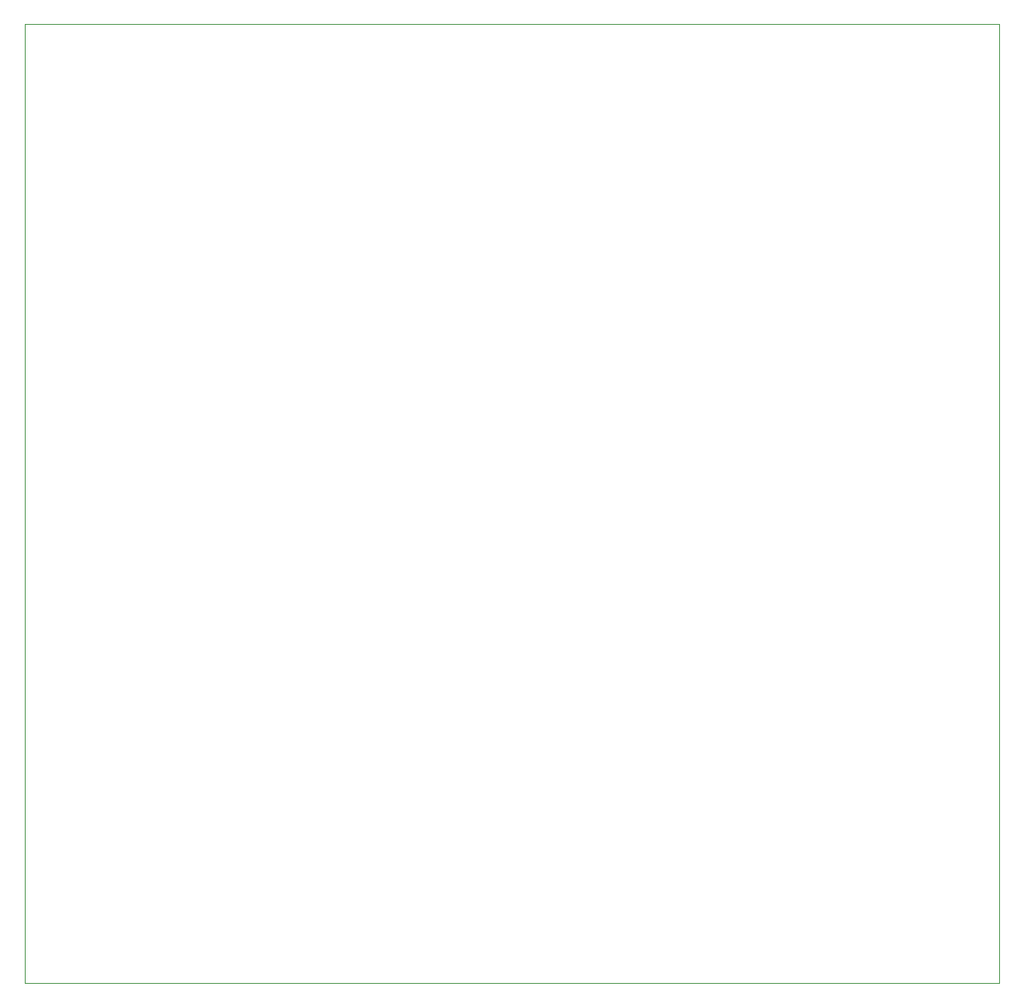
<source format=gm1>
G04*
G04 #@! TF.GenerationSoftware,Altium Limited,Altium Designer,24.2.2 (26)*
G04*
G04 Layer_Color=0*
%FSLAX44Y44*%
%MOMM*%
G71*
G04*
G04 #@! TF.SameCoordinates,7C6F70DD-8240-47E6-B7E4-941F69E807E0*
G04*
G04*
G04 #@! TF.FilePolarity,Positive*
G04*
G01*
G75*
%ADD40C,0.0254*%
D40*
X253000Y253000D02*
Y1268000D01*
X1284000D01*
Y253000D01*
X253000D01*
M02*

</source>
